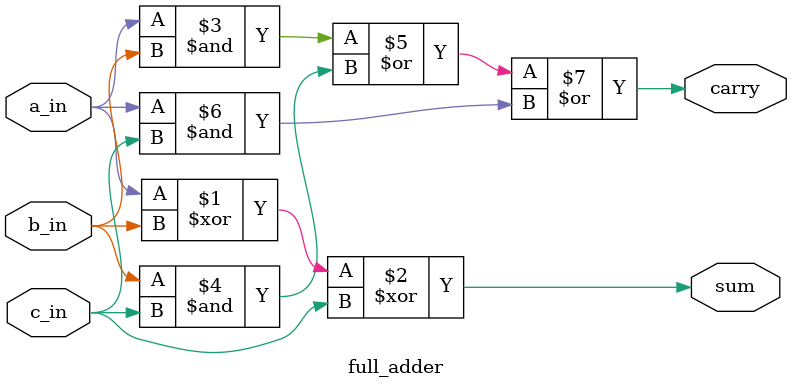
<source format=v>
`timescale 1ns / 1ps


module full_adder(
    input a_in,
    input b_in,
    input c_in,
    output sum,
    output carry
    );
    assign sum=a_in^b_in^c_in;
    assign carry=(a_in & b_in)|(b_in & c_in)|(a_in & c_in);
endmodule


</source>
